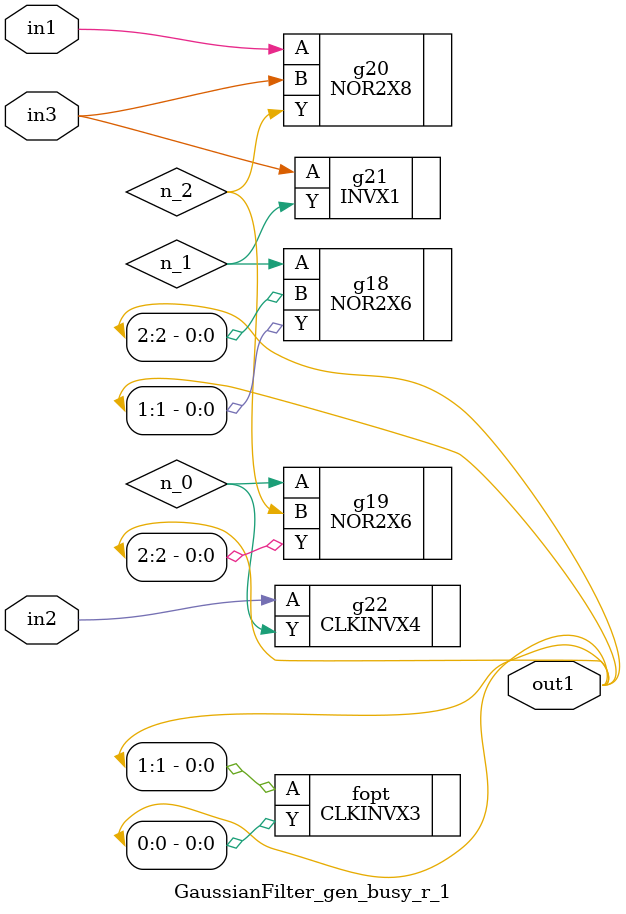
<source format=v>
`timescale 1ps / 1ps


module GaussianFilter_gen_busy_r_1(in1, in2, in3, out1);
  input in1, in2, in3;
  output [2:0] out1;
  wire in1, in2, in3;
  wire [2:0] out1;
  wire n_0, n_1, n_2;
  NOR2X6 g18(.A (n_1), .B (out1[2]), .Y (out1[1]));
  NOR2X6 g19(.A (n_0), .B (n_2), .Y (out1[2]));
  NOR2X8 g20(.A (in1), .B (in3), .Y (n_2));
  INVX1 g21(.A (in3), .Y (n_1));
  CLKINVX4 g22(.A (in2), .Y (n_0));
  CLKINVX3 fopt(.A (out1[1]), .Y (out1[0]));
endmodule



</source>
